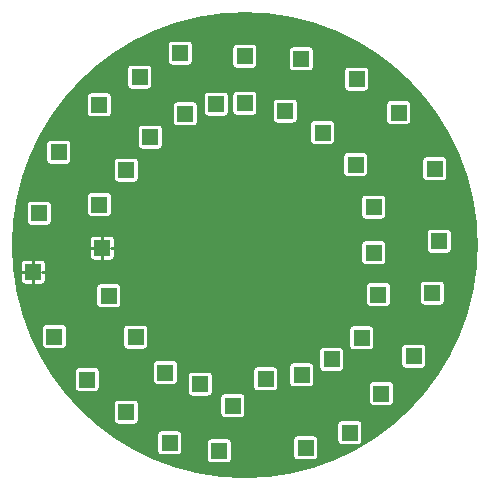
<source format=gbl>
G04 Layer: BottomLayer*
G04 EasyEDA Pro v2.2.35.2, 2025-01-16 15:30:06*
G04 Gerber Generator version 0.3*
G04 Scale: 100 percent, Rotated: No, Reflected: No*
G04 Dimensions in millimeters*
G04 Leading zeros omitted, absolute positions, 4 integers and 5 decimals*
%FSLAX45Y45*%
%MOMM*%
%ADD10C,0.2032*%
%ADD11C,0.254*%
%ADD12R,1.4X1.4*%
G75*


G04 Copper Start*
G36*
G01X1964186Y3999992D02*
G02X-1964186Y3999992I-1964186J0D01*
G02X1964186Y3999992I1964186J0D01*
G37*
%LPC*%
G36*
G01X-1720700Y3666086D02*
G03X-1684886Y3701900I0J35814D01*
G01X-1684886Y3841900D01*
G03X-1720700Y3877714I-35814J0D01*
G01X-1860700Y3877714D01*
G03X-1896514Y3841900I0J-35814D01*
G01X-1896514Y3701900D01*
G03X-1860700Y3666086I35814J0D01*
G01X-1720700Y3666086D01*
G37*
G36*
G01X-1670802Y4164193D02*
G03X-1634988Y4200007I0J35814D01*
G01X-1634988Y4340007D01*
G03X-1670802Y4375821I-35814J0D01*
G01X-1810802Y4375821D01*
G03X-1846616Y4340007I0J-35814D01*
G01X-1846616Y4200007D01*
G03X-1810802Y4164193I35814J0D01*
G01X-1670802Y4164193D01*
G37*
G36*
G01X-1542900Y3119986D02*
G03X-1507086Y3155800I0J35814D01*
G01X-1507086Y3295800D01*
G03X-1542900Y3331614I-35814J0D01*
G01X-1682900Y3331614D01*
G03X-1718714Y3295800I0J-35814D01*
G01X-1718714Y3155800D01*
G03X-1682900Y3119986I35814J0D01*
G01X-1542900Y3119986D01*
G37*
G36*
G01X-1505702Y4680194D02*
G03X-1469888Y4716008I0J35814D01*
G01X-1469888Y4856008D01*
G03X-1505702Y4891822I-35814J0D01*
G01X-1645702Y4891822D01*
G03X-1681516Y4856008I0J-35814D01*
G01X-1681516Y4716008D01*
G03X-1645702Y4680194I35814J0D01*
G01X-1505702Y4680194D01*
G37*
G36*
G01X-1264402Y2755890D02*
G03X-1228588Y2791704I0J35814D01*
G01X-1228588Y2931704D01*
G03X-1264402Y2967518I-35814J0D01*
G01X-1404402Y2967518D01*
G03X-1440216Y2931704I0J-35814D01*
G01X-1440216Y2791704D01*
G03X-1404402Y2755890I35814J0D01*
G01X-1264402Y2755890D01*
G37*
G36*
G01X-1162802Y5081895D02*
G03X-1126988Y5117709I0J35814D01*
G01X-1126988Y5257709D01*
G03X-1162802Y5293523I-35814J0D01*
G01X-1302802Y5293523D01*
G03X-1338616Y5257709I0J-35814D01*
G01X-1338616Y5117709D01*
G03X-1302802Y5081895I35814J0D01*
G01X-1162802Y5081895D01*
G37*
G36*
G01X-1161900Y4237586D02*
G03X-1126086Y4273400I0J35814D01*
G01X-1126086Y4413400D01*
G03X-1161900Y4449214I-35814J0D01*
G01X-1301900Y4449214D01*
G03X-1337714Y4413400I0J-35814D01*
G01X-1337714Y4273400D01*
G03X-1301900Y4237586I35814J0D01*
G01X-1161900Y4237586D01*
G37*
G36*
G01X-1136500Y3869286D02*
G03X-1100686Y3905100I0J35814D01*
G01X-1100686Y4045100D01*
G03X-1136500Y4080914I-35814J0D01*
G01X-1276500Y4080914D01*
G03X-1312314Y4045100I0J-35814D01*
G01X-1312314Y3905100D01*
G03X-1276500Y3869286I35814J0D01*
G01X-1136500Y3869286D01*
G37*
G36*
G01X-1082601Y3466391D02*
G03X-1046787Y3502205I0J35814D01*
G01X-1046787Y3642205D01*
G03X-1082601Y3678019I-35814J0D01*
G01X-1222601Y3678019D01*
G03X-1258415Y3642205I0J-35814D01*
G01X-1258415Y3502205D01*
G03X-1222601Y3466391I35814J0D01*
G01X-1082601Y3466391D01*
G37*
G36*
G01X-934202Y2481189D02*
G03X-898388Y2517003I0J35814D01*
G01X-898388Y2657003D01*
G03X-934202Y2692817I-35814J0D01*
G01X-1074202Y2692817D01*
G03X-1110016Y2657003I0J-35814D01*
G01X-1110016Y2517003D01*
G03X-1074202Y2481189I35814J0D01*
G01X-934202Y2481189D01*
G37*
G36*
G01X-933300Y4529686D02*
G03X-897486Y4565500I0J35814D01*
G01X-897486Y4705500D01*
G03X-933300Y4741314I-35814J0D01*
G01X-1073300Y4741314D01*
G03X-1109114Y4705500I0J-35814D01*
G01X-1109114Y4565500D01*
G03X-1073300Y4529686I35814J0D01*
G01X-933300Y4529686D01*
G37*
G36*
G01X-854001Y3115490D02*
G03X-818187Y3151304I0J35814D01*
G01X-818187Y3291304D01*
G03X-854001Y3327118I-35814J0D01*
G01X-994001Y3327118D01*
G03X-1029815Y3291304I0J-35814D01*
G01X-1029815Y3151304D01*
G03X-994001Y3115490I35814J0D01*
G01X-854001Y3115490D01*
G37*
G36*
G01X-819000Y5317086D02*
G03X-783186Y5352900I0J35814D01*
G01X-783186Y5492900D01*
G03X-819000Y5528714I-35814J0D01*
G01X-959000Y5528714D01*
G03X-994814Y5492900I0J-35814D01*
G01X-994814Y5352900D01*
G03X-959000Y5317086I35814J0D01*
G01X-819000Y5317086D01*
G37*
G36*
G01X-730100Y4809086D02*
G03X-694286Y4844900I0J35814D01*
G01X-694286Y4984900D01*
G03X-730100Y5020714I-35814J0D01*
G01X-870100Y5020714D01*
G03X-905914Y4984900I0J-35814D01*
G01X-905914Y4844900D01*
G03X-870100Y4809086I35814J0D01*
G01X-730100Y4809086D01*
G37*
G36*
G01X-603100Y2815186D02*
G03X-567286Y2851000I0J35814D01*
G01X-567286Y2991000D01*
G03X-603100Y3026814I-35814J0D01*
G01X-743100Y3026814D01*
G03X-778914Y2991000I0J-35814D01*
G01X-778914Y2851000D01*
G03X-743100Y2815186I35814J0D01*
G01X-603100Y2815186D01*
G37*
G36*
G01X-565902Y2219188D02*
G03X-530088Y2255002I0J35814D01*
G01X-530088Y2395002D01*
G03X-565902Y2430816I-35814J0D01*
G01X-705902Y2430816D01*
G03X-741716Y2395002I0J-35814D01*
G01X-741716Y2255002D01*
G03X-705902Y2219188I35814J0D01*
G01X-565902Y2219188D01*
G37*
G36*
G01X-476100Y5520286D02*
G03X-440286Y5556100I0J35814D01*
G01X-440286Y5696100D01*
G03X-476100Y5731914I-35814J0D01*
G01X-616100Y5731914D01*
G03X-651914Y5696100I0J-35814D01*
G01X-651914Y5556100D01*
G03X-616100Y5520286I35814J0D01*
G01X-476100Y5520286D01*
G37*
G36*
G01X-434901Y5004996D02*
G03X-399087Y5040810I0J35814D01*
G01X-399087Y5180810D01*
G03X-434901Y5216624I-35814J0D01*
G01X-574901Y5216624D01*
G03X-610715Y5180810I0J-35814D01*
G01X-610715Y5040810D01*
G03X-574901Y5004996I35814J0D01*
G01X-434901Y5004996D01*
G37*
G36*
G01X-307901Y2718488D02*
G03X-272087Y2754302I0J35814D01*
G01X-272087Y2894302D01*
G03X-307901Y2930116I-35814J0D01*
G01X-447901Y2930116D01*
G03X-483715Y2894302I0J-35814D01*
G01X-483715Y2754302D01*
G03X-447901Y2718488I35814J0D01*
G01X-307901Y2718488D01*
G37*
G36*
G01X-171300Y5088486D02*
G03X-135486Y5124300I0J35814D01*
G01X-135486Y5264300D01*
G03X-171300Y5300114I-35814J0D01*
G01X-311300Y5300114D01*
G03X-347114Y5264300I0J-35814D01*
G01X-347114Y5124300D01*
G03X-311300Y5088486I35814J0D01*
G01X-171300Y5088486D01*
G37*
G36*
G01X-146802Y2151687D02*
G03X-110988Y2187501I0J35814D01*
G01X-110988Y2327501D01*
G03X-146802Y2363315I-35814J0D01*
G01X-286802Y2363315D01*
G03X-322616Y2327501I0J-35814D01*
G01X-322616Y2187501D01*
G03X-286802Y2151687I35814J0D01*
G01X-146802Y2151687D01*
G37*
G36*
G01X-31600Y2535786D02*
G03X4214Y2571600I0J35814D01*
G01X4214Y2711600D01*
G03X-31600Y2747414I-35814J0D01*
G01X-171600Y2747414D01*
G03X-207414Y2711600I0J-35814D01*
G01X-207414Y2571600D01*
G03X-171600Y2535786I35814J0D01*
G01X-31600Y2535786D01*
G37*
G36*
G01X70000Y5094186D02*
G03X105814Y5130000I0J35814D01*
G01X105814Y5270000D01*
G03X70000Y5305814I-35814J0D01*
G01X-70000Y5305814D01*
G03X-105814Y5270000I0J-35814D01*
G01X-105814Y5130000D01*
G03X-70000Y5094186I35814J0D01*
G01X70000Y5094186D01*
G37*
G36*
G01X70000Y5494186D02*
G03X105814Y5530000I0J35814D01*
G01X105814Y5670000D01*
G03X70000Y5705814I-35814J0D01*
G01X-70000Y5705814D01*
G03X-105814Y5670000I0J-35814D01*
G01X-105814Y5530000D01*
G03X-70000Y5494186I35814J0D01*
G01X70000Y5494186D01*
G37*
G36*
G01X246200Y2761097D02*
G03X282014Y2796911I0J35814D01*
G01X282014Y2936911D01*
G03X246200Y2972725I-35814J0D01*
G01X106200Y2972725D01*
G03X70386Y2936911I0J-35814D01*
G01X70386Y2796911D01*
G03X106200Y2761097I35814J0D01*
G01X246200Y2761097D01*
G37*
G36*
G01X411300Y5029888D02*
G03X447114Y5065702I0J35814D01*
G01X447114Y5205702D01*
G03X411300Y5241516I-35814J0D01*
G01X271300Y5241516D01*
G03X235486Y5205702I0J-35814D01*
G01X235486Y5065702D01*
G03X271300Y5029888I35814J0D01*
G01X411300Y5029888D01*
G37*
G36*
G01X546999Y5470388D02*
G03X582813Y5506202I0J35814D01*
G01X582813Y5646202D01*
G03X546999Y5682016I-35814J0D01*
G01X406999Y5682016D01*
G03X371185Y5646202I0J-35814D01*
G01X371185Y5506202D01*
G03X406999Y5470388I35814J0D01*
G01X546999Y5470388D01*
G37*
G36*
G01X551000Y2795196D02*
G03X586814Y2831010I0J35814D01*
G01X586814Y2971010D01*
G03X551000Y3006824I-35814J0D01*
G01X411000Y3006824D01*
G03X375186Y2971010I0J-35814D01*
G01X375186Y2831010D01*
G03X411000Y2795196I35814J0D01*
G01X551000Y2795196D01*
G37*
G36*
G01X585099Y2176897D02*
G03X620913Y2212711I0J35814D01*
G01X620913Y2352711D01*
G03X585099Y2388525I-35814J0D01*
G01X445099Y2388525D01*
G03X409285Y2352711I0J-35814D01*
G01X409285Y2212711D01*
G03X445099Y2176897I35814J0D01*
G01X585099Y2176897D01*
G37*
G36*
G01X728800Y4847389D02*
G03X764614Y4883203I0J35814D01*
G01X764614Y5023203D01*
G03X728800Y5059017I-35814J0D01*
G01X588800Y5059017D01*
G03X552986Y5023203I0J-35814D01*
G01X552986Y4883203D01*
G03X588800Y4847389I35814J0D01*
G01X728800Y4847389D01*
G37*
G36*
G01X805000Y2926895D02*
G03X840814Y2962709I0J35814D01*
G01X840814Y3102709D01*
G03X805000Y3138523I-35814J0D01*
G01X665000Y3138523D01*
G03X629186Y3102709I0J-35814D01*
G01X629186Y2962709D01*
G03X665000Y2926895I35814J0D01*
G01X805000Y2926895D01*
G37*
G36*
G01X959000Y2307186D02*
G03X994814Y2343000I0J35814D01*
G01X994814Y2483000D01*
G03X959000Y2518814I-35814J0D01*
G01X819000Y2518814D01*
G03X783186Y2483000I0J-35814D01*
G01X783186Y2343000D01*
G03X819000Y2307186I35814J0D01*
G01X959000Y2307186D01*
G37*
G36*
G01X1008200Y4575990D02*
G03X1044014Y4611804I0J35814D01*
G01X1044014Y4751804D01*
G03X1008200Y4787618I-35814J0D01*
G01X868200Y4787618D01*
G03X832386Y4751804I0J-35814D01*
G01X832386Y4611804D01*
G03X868200Y4575990I35814J0D01*
G01X1008200Y4575990D01*
G37*
G36*
G01X1016899Y5300589D02*
G03X1052713Y5336403I0J35814D01*
G01X1052713Y5476403D01*
G03X1016899Y5512217I-35814J0D01*
G01X876899Y5512217D01*
G03X841085Y5476403I0J-35814D01*
G01X841085Y5336403D01*
G03X876899Y5300589I35814J0D01*
G01X1016899Y5300589D01*
G37*
G36*
G01X1059000Y3109394D02*
G03X1094814Y3145208I0J35814D01*
G01X1094814Y3285208D01*
G03X1059000Y3321022I-35814J0D01*
G01X919000Y3321022D01*
G03X883186Y3285208I0J-35814D01*
G01X883186Y3145208D01*
G03X919000Y3109394I35814J0D01*
G01X1059000Y3109394D01*
G37*
G36*
G01X1160600Y4215691D02*
G03X1196414Y4251505I0J35814D01*
G01X1196414Y4391505D01*
G03X1160600Y4427319I-35814J0D01*
G01X1020600Y4427319D01*
G03X984786Y4391505I0J-35814D01*
G01X984786Y4251505D01*
G03X1020600Y4215691I35814J0D01*
G01X1160600Y4215691D01*
G37*
G36*
G01X1160600Y3829992D02*
G03X1196414Y3865806I0J35814D01*
G01X1196414Y4005806D01*
G03X1160600Y4041620I-35814J0D01*
G01X1020600Y4041620D01*
G03X984786Y4005806I0J-35814D01*
G01X984786Y3865806D01*
G03X1020600Y3829992I35814J0D01*
G01X1160600Y3829992D01*
G37*
G36*
G01X1200300Y3475586D02*
G03X1236114Y3511400I0J35814D01*
G01X1236114Y3651400D01*
G03X1200300Y3687214I-35814J0D01*
G01X1060300Y3687214D01*
G03X1024486Y3651400I0J-35814D01*
G01X1024486Y3511400D01*
G03X1060300Y3475586I35814J0D01*
G01X1200300Y3475586D01*
G37*
G36*
G01X1225700Y2637386D02*
G03X1261514Y2673200I0J35814D01*
G01X1261514Y2813200D01*
G03X1225700Y2849014I-35814J0D01*
G01X1085700Y2849014D01*
G03X1049886Y2813200I0J-35814D01*
G01X1049886Y2673200D01*
G03X1085700Y2637386I35814J0D01*
G01X1225700Y2637386D01*
G37*
G36*
G01X1372499Y5016490D02*
G03X1408313Y5052304I0J35814D01*
G01X1408313Y5192304D01*
G03X1372499Y5228118I-35814J0D01*
G01X1232499Y5228118D01*
G03X1196685Y5192304I0J-35814D01*
G01X1196685Y5052304D01*
G03X1232499Y5016490I35814J0D01*
G01X1372499Y5016490D01*
G37*
G36*
G01X1499499Y2952994D02*
G03X1535313Y2988808I0J35814D01*
G01X1535313Y3128808D01*
G03X1499499Y3164622I-35814J0D01*
G01X1359499Y3164622D01*
G03X1323685Y3128808I0J-35814D01*
G01X1323685Y2988808D01*
G03X1359499Y2952994I35814J0D01*
G01X1499499Y2952994D01*
G37*
G36*
G01X1657500Y3488286D02*
G03X1693314Y3524100I0J35814D01*
G01X1693314Y3664100D01*
G03X1657500Y3699914I-35814J0D01*
G01X1517500Y3699914D01*
G03X1481686Y3664100I0J-35814D01*
G01X1481686Y3524100D01*
G03X1517500Y3488286I35814J0D01*
G01X1657500Y3488286D01*
G37*
G36*
G01X1677299Y4541891D02*
G03X1713113Y4577705I0J35814D01*
G01X1713113Y4717705D01*
G03X1677299Y4753519I-35814J0D01*
G01X1537299Y4753519D01*
G03X1501485Y4717705I0J-35814D01*
G01X1501485Y4577705D01*
G03X1537299Y4541891I35814J0D01*
G01X1677299Y4541891D01*
G37*
G36*
G01X1715399Y3927592D02*
G03X1751213Y3963406I0J35814D01*
G01X1751213Y4103406D01*
G03X1715399Y4139220I-35814J0D01*
G01X1575399Y4139220D01*
G03X1539585Y4103406I0J-35814D01*
G01X1539585Y3963406D01*
G03X1575399Y3927592I35814J0D01*
G01X1715399Y3927592D01*
G37*
%LPD*%
G54D10*
G01X1964186Y3999992D02*
G02X-1964186Y3999992I-1964186J0D01*
G02X1964186Y3999992I1964186J0D01*
G01X-1720700Y3666086D02*
G03X-1684886Y3701900I0J35814D01*
G01X-1684886Y3841900D01*
G03X-1720700Y3877714I-35814J0D01*
G01X-1860700Y3877714D01*
G03X-1896514Y3841900I0J-35814D01*
G01X-1896514Y3701900D01*
G03X-1860700Y3666086I35814J0D01*
G01X-1720700Y3666086D01*
G01X-1670802Y4164193D02*
G03X-1634988Y4200007I0J35814D01*
G01X-1634988Y4340007D01*
G03X-1670802Y4375821I-35814J0D01*
G01X-1810802Y4375821D01*
G03X-1846616Y4340007I0J-35814D01*
G01X-1846616Y4200007D01*
G03X-1810802Y4164193I35814J0D01*
G01X-1670802Y4164193D01*
G01X-1542900Y3119986D02*
G03X-1507086Y3155800I0J35814D01*
G01X-1507086Y3295800D01*
G03X-1542900Y3331614I-35814J0D01*
G01X-1682900Y3331614D01*
G03X-1718714Y3295800I0J-35814D01*
G01X-1718714Y3155800D01*
G03X-1682900Y3119986I35814J0D01*
G01X-1542900Y3119986D01*
G01X-1505702Y4680194D02*
G03X-1469888Y4716008I0J35814D01*
G01X-1469888Y4856008D01*
G03X-1505702Y4891822I-35814J0D01*
G01X-1645702Y4891822D01*
G03X-1681516Y4856008I0J-35814D01*
G01X-1681516Y4716008D01*
G03X-1645702Y4680194I35814J0D01*
G01X-1505702Y4680194D01*
G01X-1264402Y2755890D02*
G03X-1228588Y2791704I0J35814D01*
G01X-1228588Y2931704D01*
G03X-1264402Y2967518I-35814J0D01*
G01X-1404402Y2967518D01*
G03X-1440216Y2931704I0J-35814D01*
G01X-1440216Y2791704D01*
G03X-1404402Y2755890I35814J0D01*
G01X-1264402Y2755890D01*
G01X-1162802Y5081895D02*
G03X-1126988Y5117709I0J35814D01*
G01X-1126988Y5257709D01*
G03X-1162802Y5293523I-35814J0D01*
G01X-1302802Y5293523D01*
G03X-1338616Y5257709I0J-35814D01*
G01X-1338616Y5117709D01*
G03X-1302802Y5081895I35814J0D01*
G01X-1162802Y5081895D01*
G01X-1161900Y4237586D02*
G03X-1126086Y4273400I0J35814D01*
G01X-1126086Y4413400D01*
G03X-1161900Y4449214I-35814J0D01*
G01X-1301900Y4449214D01*
G03X-1337714Y4413400I0J-35814D01*
G01X-1337714Y4273400D01*
G03X-1301900Y4237586I35814J0D01*
G01X-1161900Y4237586D01*
G01X-1136500Y3869286D02*
G03X-1100686Y3905100I0J35814D01*
G01X-1100686Y4045100D01*
G03X-1136500Y4080914I-35814J0D01*
G01X-1276500Y4080914D01*
G03X-1312314Y4045100I0J-35814D01*
G01X-1312314Y3905100D01*
G03X-1276500Y3869286I35814J0D01*
G01X-1136500Y3869286D01*
G01X-1082601Y3466391D02*
G03X-1046787Y3502205I0J35814D01*
G01X-1046787Y3642205D01*
G03X-1082601Y3678019I-35814J0D01*
G01X-1222601Y3678019D01*
G03X-1258415Y3642205I0J-35814D01*
G01X-1258415Y3502205D01*
G03X-1222601Y3466391I35814J0D01*
G01X-1082601Y3466391D01*
G01X-934202Y2481189D02*
G03X-898388Y2517003I0J35814D01*
G01X-898388Y2657003D01*
G03X-934202Y2692817I-35814J0D01*
G01X-1074202Y2692817D01*
G03X-1110016Y2657003I0J-35814D01*
G01X-1110016Y2517003D01*
G03X-1074202Y2481189I35814J0D01*
G01X-934202Y2481189D01*
G01X-933300Y4529686D02*
G03X-897486Y4565500I0J35814D01*
G01X-897486Y4705500D01*
G03X-933300Y4741314I-35814J0D01*
G01X-1073300Y4741314D01*
G03X-1109114Y4705500I0J-35814D01*
G01X-1109114Y4565500D01*
G03X-1073300Y4529686I35814J0D01*
G01X-933300Y4529686D01*
G01X-854001Y3115490D02*
G03X-818187Y3151304I0J35814D01*
G01X-818187Y3291304D01*
G03X-854001Y3327118I-35814J0D01*
G01X-994001Y3327118D01*
G03X-1029815Y3291304I0J-35814D01*
G01X-1029815Y3151304D01*
G03X-994001Y3115490I35814J0D01*
G01X-854001Y3115490D01*
G01X-819000Y5317086D02*
G03X-783186Y5352900I0J35814D01*
G01X-783186Y5492900D01*
G03X-819000Y5528714I-35814J0D01*
G01X-959000Y5528714D01*
G03X-994814Y5492900I0J-35814D01*
G01X-994814Y5352900D01*
G03X-959000Y5317086I35814J0D01*
G01X-819000Y5317086D01*
G01X-730100Y4809086D02*
G03X-694286Y4844900I0J35814D01*
G01X-694286Y4984900D01*
G03X-730100Y5020714I-35814J0D01*
G01X-870100Y5020714D01*
G03X-905914Y4984900I0J-35814D01*
G01X-905914Y4844900D01*
G03X-870100Y4809086I35814J0D01*
G01X-730100Y4809086D01*
G01X-603100Y2815186D02*
G03X-567286Y2851000I0J35814D01*
G01X-567286Y2991000D01*
G03X-603100Y3026814I-35814J0D01*
G01X-743100Y3026814D01*
G03X-778914Y2991000I0J-35814D01*
G01X-778914Y2851000D01*
G03X-743100Y2815186I35814J0D01*
G01X-603100Y2815186D01*
G01X-565902Y2219188D02*
G03X-530088Y2255002I0J35814D01*
G01X-530088Y2395002D01*
G03X-565902Y2430816I-35814J0D01*
G01X-705902Y2430816D01*
G03X-741716Y2395002I0J-35814D01*
G01X-741716Y2255002D01*
G03X-705902Y2219188I35814J0D01*
G01X-565902Y2219188D01*
G01X-476100Y5520286D02*
G03X-440286Y5556100I0J35814D01*
G01X-440286Y5696100D01*
G03X-476100Y5731914I-35814J0D01*
G01X-616100Y5731914D01*
G03X-651914Y5696100I0J-35814D01*
G01X-651914Y5556100D01*
G03X-616100Y5520286I35814J0D01*
G01X-476100Y5520286D01*
G01X-434901Y5004996D02*
G03X-399087Y5040810I0J35814D01*
G01X-399087Y5180810D01*
G03X-434901Y5216624I-35814J0D01*
G01X-574901Y5216624D01*
G03X-610715Y5180810I0J-35814D01*
G01X-610715Y5040810D01*
G03X-574901Y5004996I35814J0D01*
G01X-434901Y5004996D01*
G01X-307901Y2718488D02*
G03X-272087Y2754302I0J35814D01*
G01X-272087Y2894302D01*
G03X-307901Y2930116I-35814J0D01*
G01X-447901Y2930116D01*
G03X-483715Y2894302I0J-35814D01*
G01X-483715Y2754302D01*
G03X-447901Y2718488I35814J0D01*
G01X-307901Y2718488D01*
G01X-171300Y5088486D02*
G03X-135486Y5124300I0J35814D01*
G01X-135486Y5264300D01*
G03X-171300Y5300114I-35814J0D01*
G01X-311300Y5300114D01*
G03X-347114Y5264300I0J-35814D01*
G01X-347114Y5124300D01*
G03X-311300Y5088486I35814J0D01*
G01X-171300Y5088486D01*
G01X-146802Y2151687D02*
G03X-110988Y2187501I0J35814D01*
G01X-110988Y2327501D01*
G03X-146802Y2363315I-35814J0D01*
G01X-286802Y2363315D01*
G03X-322616Y2327501I0J-35814D01*
G01X-322616Y2187501D01*
G03X-286802Y2151687I35814J0D01*
G01X-146802Y2151687D01*
G01X-31600Y2535786D02*
G03X4214Y2571600I0J35814D01*
G01X4214Y2711600D01*
G03X-31600Y2747414I-35814J0D01*
G01X-171600Y2747414D01*
G03X-207414Y2711600I0J-35814D01*
G01X-207414Y2571600D01*
G03X-171600Y2535786I35814J0D01*
G01X-31600Y2535786D01*
G01X70000Y5094186D02*
G03X105814Y5130000I0J35814D01*
G01X105814Y5270000D01*
G03X70000Y5305814I-35814J0D01*
G01X-70000Y5305814D01*
G03X-105814Y5270000I0J-35814D01*
G01X-105814Y5130000D01*
G03X-70000Y5094186I35814J0D01*
G01X70000Y5094186D01*
G01X70000Y5494186D02*
G03X105814Y5530000I0J35814D01*
G01X105814Y5670000D01*
G03X70000Y5705814I-35814J0D01*
G01X-70000Y5705814D01*
G03X-105814Y5670000I0J-35814D01*
G01X-105814Y5530000D01*
G03X-70000Y5494186I35814J0D01*
G01X70000Y5494186D01*
G01X246200Y2761097D02*
G03X282014Y2796911I0J35814D01*
G01X282014Y2936911D01*
G03X246200Y2972725I-35814J0D01*
G01X106200Y2972725D01*
G03X70386Y2936911I0J-35814D01*
G01X70386Y2796911D01*
G03X106200Y2761097I35814J0D01*
G01X246200Y2761097D01*
G01X411300Y5029888D02*
G03X447114Y5065702I0J35814D01*
G01X447114Y5205702D01*
G03X411300Y5241516I-35814J0D01*
G01X271300Y5241516D01*
G03X235486Y5205702I0J-35814D01*
G01X235486Y5065702D01*
G03X271300Y5029888I35814J0D01*
G01X411300Y5029888D01*
G01X546999Y5470388D02*
G03X582813Y5506202I0J35814D01*
G01X582813Y5646202D01*
G03X546999Y5682016I-35814J0D01*
G01X406999Y5682016D01*
G03X371185Y5646202I0J-35814D01*
G01X371185Y5506202D01*
G03X406999Y5470388I35814J0D01*
G01X546999Y5470388D01*
G01X551000Y2795196D02*
G03X586814Y2831010I0J35814D01*
G01X586814Y2971010D01*
G03X551000Y3006824I-35814J0D01*
G01X411000Y3006824D01*
G03X375186Y2971010I0J-35814D01*
G01X375186Y2831010D01*
G03X411000Y2795196I35814J0D01*
G01X551000Y2795196D01*
G01X585099Y2176897D02*
G03X620913Y2212711I0J35814D01*
G01X620913Y2352711D01*
G03X585099Y2388525I-35814J0D01*
G01X445099Y2388525D01*
G03X409285Y2352711I0J-35814D01*
G01X409285Y2212711D01*
G03X445099Y2176897I35814J0D01*
G01X585099Y2176897D01*
G01X728800Y4847389D02*
G03X764614Y4883203I0J35814D01*
G01X764614Y5023203D01*
G03X728800Y5059017I-35814J0D01*
G01X588800Y5059017D01*
G03X552986Y5023203I0J-35814D01*
G01X552986Y4883203D01*
G03X588800Y4847389I35814J0D01*
G01X728800Y4847389D01*
G01X805000Y2926895D02*
G03X840814Y2962709I0J35814D01*
G01X840814Y3102709D01*
G03X805000Y3138523I-35814J0D01*
G01X665000Y3138523D01*
G03X629186Y3102709I0J-35814D01*
G01X629186Y2962709D01*
G03X665000Y2926895I35814J0D01*
G01X805000Y2926895D01*
G01X959000Y2307186D02*
G03X994814Y2343000I0J35814D01*
G01X994814Y2483000D01*
G03X959000Y2518814I-35814J0D01*
G01X819000Y2518814D01*
G03X783186Y2483000I0J-35814D01*
G01X783186Y2343000D01*
G03X819000Y2307186I35814J0D01*
G01X959000Y2307186D01*
G01X1008200Y4575990D02*
G03X1044014Y4611804I0J35814D01*
G01X1044014Y4751804D01*
G03X1008200Y4787618I-35814J0D01*
G01X868200Y4787618D01*
G03X832386Y4751804I0J-35814D01*
G01X832386Y4611804D01*
G03X868200Y4575990I35814J0D01*
G01X1008200Y4575990D01*
G01X1016899Y5300589D02*
G03X1052713Y5336403I0J35814D01*
G01X1052713Y5476403D01*
G03X1016899Y5512217I-35814J0D01*
G01X876899Y5512217D01*
G03X841085Y5476403I0J-35814D01*
G01X841085Y5336403D01*
G03X876899Y5300589I35814J0D01*
G01X1016899Y5300589D01*
G01X1059000Y3109394D02*
G03X1094814Y3145208I0J35814D01*
G01X1094814Y3285208D01*
G03X1059000Y3321022I-35814J0D01*
G01X919000Y3321022D01*
G03X883186Y3285208I0J-35814D01*
G01X883186Y3145208D01*
G03X919000Y3109394I35814J0D01*
G01X1059000Y3109394D01*
G01X1160600Y4215691D02*
G03X1196414Y4251505I0J35814D01*
G01X1196414Y4391505D01*
G03X1160600Y4427319I-35814J0D01*
G01X1020600Y4427319D01*
G03X984786Y4391505I0J-35814D01*
G01X984786Y4251505D01*
G03X1020600Y4215691I35814J0D01*
G01X1160600Y4215691D01*
G01X1160600Y3829992D02*
G03X1196414Y3865806I0J35814D01*
G01X1196414Y4005806D01*
G03X1160600Y4041620I-35814J0D01*
G01X1020600Y4041620D01*
G03X984786Y4005806I0J-35814D01*
G01X984786Y3865806D01*
G03X1020600Y3829992I35814J0D01*
G01X1160600Y3829992D01*
G01X1200300Y3475586D02*
G03X1236114Y3511400I0J35814D01*
G01X1236114Y3651400D01*
G03X1200300Y3687214I-35814J0D01*
G01X1060300Y3687214D01*
G03X1024486Y3651400I0J-35814D01*
G01X1024486Y3511400D01*
G03X1060300Y3475586I35814J0D01*
G01X1200300Y3475586D01*
G01X1225700Y2637386D02*
G03X1261514Y2673200I0J35814D01*
G01X1261514Y2813200D01*
G03X1225700Y2849014I-35814J0D01*
G01X1085700Y2849014D01*
G03X1049886Y2813200I0J-35814D01*
G01X1049886Y2673200D01*
G03X1085700Y2637386I35814J0D01*
G01X1225700Y2637386D01*
G01X1372499Y5016490D02*
G03X1408313Y5052304I0J35814D01*
G01X1408313Y5192304D01*
G03X1372499Y5228118I-35814J0D01*
G01X1232499Y5228118D01*
G03X1196685Y5192304I0J-35814D01*
G01X1196685Y5052304D01*
G03X1232499Y5016490I35814J0D01*
G01X1372499Y5016490D01*
G01X1499499Y2952994D02*
G03X1535313Y2988808I0J35814D01*
G01X1535313Y3128808D01*
G03X1499499Y3164622I-35814J0D01*
G01X1359499Y3164622D01*
G03X1323685Y3128808I0J-35814D01*
G01X1323685Y2988808D01*
G03X1359499Y2952994I35814J0D01*
G01X1499499Y2952994D01*
G01X1657500Y3488286D02*
G03X1693314Y3524100I0J35814D01*
G01X1693314Y3664100D01*
G03X1657500Y3699914I-35814J0D01*
G01X1517500Y3699914D01*
G03X1481686Y3664100I0J-35814D01*
G01X1481686Y3524100D01*
G03X1517500Y3488286I35814J0D01*
G01X1657500Y3488286D01*
G01X1677299Y4541891D02*
G03X1713113Y4577705I0J35814D01*
G01X1713113Y4717705D01*
G03X1677299Y4753519I-35814J0D01*
G01X1537299Y4753519D01*
G03X1501485Y4717705I0J-35814D01*
G01X1501485Y4577705D01*
G03X1537299Y4541891I35814J0D01*
G01X1677299Y4541891D01*
G01X1715399Y3927592D02*
G03X1751213Y3963406I0J35814D01*
G01X1751213Y4103406D01*
G03X1715399Y4139220I-35814J0D01*
G01X1575399Y4139220D01*
G03X1539585Y4103406I0J-35814D01*
G01X1539585Y3963406D01*
G03X1575399Y3927592I35814J0D01*
G01X1715399Y3927592D01*
G54D11*
G01X-1860446Y3771900D02*
G01X-1886354Y3771900D01*
G01X-1720954Y3771900D02*
G01X-1695046Y3771900D01*
G01X-1790700Y3841646D02*
G01X-1790700Y3867554D01*
G01X-1790700Y3702154D02*
G01X-1790700Y3676246D01*
G01X-1276246Y3975100D02*
G01X-1302154Y3975100D01*
G01X-1136754Y3975100D02*
G01X-1110846Y3975100D01*
G01X-1206500Y4044846D02*
G01X-1206500Y4070754D01*
G01X-1206500Y3905354D02*
G01X-1206500Y3879446D01*
G04 Copper End*

G04 Pad Start*
G54D12*
G01X0Y5600000D03*
G01X476999Y5576202D03*
G01X946899Y5406403D03*
G01X1302499Y5122304D03*
G01X1607299Y4647705D03*
G01X1645399Y4033406D03*
G01X1587500Y3594100D03*
G01X1429499Y3058808D03*
G01X1155700Y2743200D03*
G01X889000Y2413000D03*
G01X515099Y2282711D03*
G01X-216802Y2257501D03*
G01X-635902Y2325002D03*
G01X-1004202Y2587003D03*
G01X-1334402Y2861704D03*
G01X-1612900Y3225800D03*
G01X-1790700Y3771900D03*
G01X-1740802Y4270007D03*
G01X-1575702Y4786008D03*
G01X-1232802Y5187709D03*
G01X-889000Y5422900D03*
G01X-546100Y5626100D03*
G01X-241300Y5194300D03*
G01X-504901Y5110810D03*
G01X-800100Y4914900D03*
G01X-1003300Y4635500D03*
G01X-1231900Y4343400D03*
G01X-1206500Y3975100D03*
G01X-1152601Y3572205D03*
G01X-924001Y3221304D03*
G01X-673100Y2921000D03*
G01X-377901Y2824302D03*
G01X-101600Y2641600D03*
G01X176200Y2866911D03*
G01X481000Y2901010D03*
G01X735000Y3032709D03*
G01X989000Y3215208D03*
G01X1130300Y3581400D03*
G01X1090600Y3935806D03*
G01X1090600Y4321505D03*
G01X938200Y4681804D03*
G01X658800Y4953203D03*
G01X341300Y5135702D03*
G01X0Y5200000D03*
G04 Pad End*

M02*


</source>
